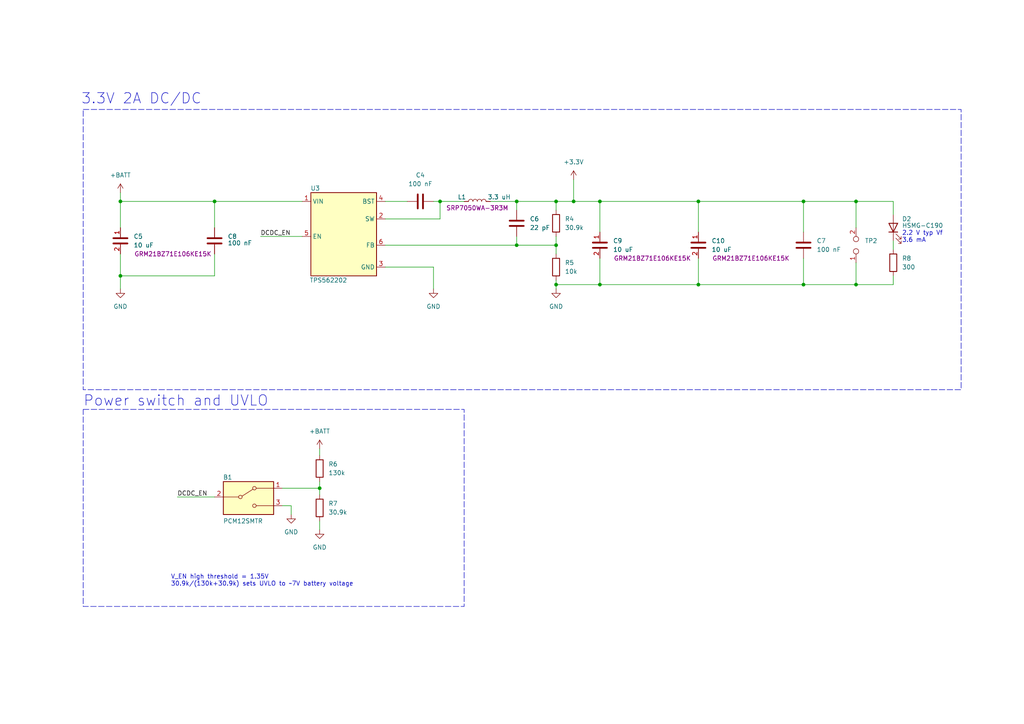
<source format=kicad_sch>
(kicad_sch (version 20230121) (generator eeschema)
  (paper "A4")
  (lib_symbols
    (symbol "Buttons and switches:PCM12SMTR" (pin_names hide)
      (property "Reference" "B" (at -1.27 -1.905 0))
      (property "Value" "PCM12SMTR" (at 3.175 -13.97 0))
      (symbol "PCM12SMTR_0_0"
        (circle (center 3.048 -7.62) (radius 0.508))
        (circle (center 7.112 -10.16) (radius 0.508))
      )
      (symbol "PCM12SMTR_0_1"
        (rectangle (start -1.905 -3.175) (end 12.7 -12.7) (stroke (width 0.254)) (fill (type background)))
        (polyline (pts (xy -1.905 -7.62) (xy 2.54 -7.62)))
        (polyline (pts (xy 3.556 -7.366) (xy 6.731 -5.334)))
        (polyline (pts (xy 7.62 -5.08) (xy 12.7 -5.08)))
        (polyline (pts (xy 12.7 -10.16) (xy 7.62 -10.16)))
        (circle (center 7.112 -5.08) (radius 0.508))
      )
      (symbol "PCM12SMTR_1_1"
        (pin passive line (at 15.24 -5.08 180) (length 2.54) (name "A") (number "1"))
        (pin passive line (at -4.445 -7.62 0) (length 2.54) (name "B") (number "2"))
        (pin passive line (at 15.24 -10.16 180) (length 2.54) (name "C") (number "3"))
      )
    )
    (symbol "Capacitors:GRM21BZ71E106KE15K"
      (property "Reference" "C" (at 1.27 2.54 0))
      (property "Value" "10 uF" (at 3.81 -2.54 0))
      (property "Part Number" "GRM21BZ71E106KE15K" (at 12.7 -5.08 0))
      (symbol "GRM21BZ71E106KE15K_0_1"
        (polyline (pts (xy -2.032 -0.762) (xy 2.032 -0.762)) (stroke (width 0.508)))
        (polyline (pts (xy -2.032 0.762) (xy 2.032 0.762)) (stroke (width 0.508)))
      )
      (symbol "GRM21BZ71E106KE15K_1_1"
        (pin passive line (at 0 3.81 270) (length 2.794) (name "~") (number "1"))
        (pin passive line (at 0 -3.81 90) (length 2.794) (name "~") (number "2"))
      )
    )
    (symbol "Connector:TestPoint_2Pole" (pin_names (offset 0.762) hide)
      (property "Reference" "TP" (at 0 1.524 0))
      (property "Value" "TestPoint_2Pole" (at 0 -1.778 0))
      (symbol "TestPoint_2Pole_0_1"
        (circle (center -1.778 0) (radius 0.762))
        (circle (center 1.778 0) (radius 0.762))
        (pin passive line (at -5.08 0 0) (length 2.54) (name "1") (number "1"))
        (pin passive line (at 5.08 0 180) (length 2.54) (name "2") (number "2"))
      )
    )
    (symbol "Device:C" (pin_numbers hide) (pin_names (offset 0.254))
      (property "Reference" "C" (at 0.635 2.54 0))
      (property "Value" "C" (at 0.635 -2.54 0))
      (symbol "C_0_1"
        (polyline (pts (xy -2.032 -0.762) (xy 2.032 -0.762)) (stroke (width 0.508)))
        (polyline (pts (xy -2.032 0.762) (xy 2.032 0.762)) (stroke (width 0.508)))
      )
      (symbol "C_1_1"
        (pin passive line (at 0 3.81 270) (length 2.794) (name "~") (number "1"))
        (pin passive line (at 0 -3.81 90) (length 2.794) (name "~") (number "2"))
      )
    )
    (symbol "Device:R" (pin_numbers hide) (pin_names (offset 0))
      (property "Reference" "R" (at 2.032 0 90))
      (property "Value" "R" (at 0 0 90))
      (symbol "R_0_1"
        (rectangle (start -1.016 -2.54) (end 1.016 2.54) (stroke (width 0.254)))
      )
      (symbol "R_1_1"
        (pin passive line (at 0 3.81 270) (length 1.27) (name "~") (number "1"))
        (pin passive line (at 0 -3.81 90) (length 1.27) (name "~") (number "2"))
      )
    )
    (symbol "IC:TPS562202"
      (property "Reference" "U" (at 0 0 0))
      (property "Value" "TPS562202" (at 5.08 -26.67 0))
      (symbol "TPS562202_1_1"
        (rectangle (start 0 -1.27) (end 19.05 -25.4) (stroke (width 0.254)) (fill (type background)))
        (pin power_in line (at -2.54 -3.81 0) (length 2.54) (name "VIN") (number "1"))
        (pin output line (at 21.59 -8.89 180) (length 2.54) (name "SW") (number "2"))
        (pin power_out line (at 21.59 -22.86 180) (length 2.54) (name "GND") (number "3"))
        (pin passive line (at 21.59 -3.81 180) (length 2.54) (name "BST") (number "4"))
        (pin input line (at -2.54 -13.97 0) (length 2.54) (name "EN") (number "5"))
        (pin input line (at 21.59 -16.51 180) (length 2.54) (name "FB") (number "6"))
      )
    )
    (symbol "Inductors:SRP7050WA-3R3M" (pin_numbers hide) (pin_names hide)
      (property "Reference" "L" (at -3.048 0 0))
      (property "Value" "3.3 uH" (at 5.08 0 0))
      (property "Part number" "SRP7050WA-3R3M" (at 10.668 -5.08 0))
      (symbol "SRP7050WA-3R3M_0_1"
        (arc (start 0 -2.54) (mid 0.6323 -1.905) (end 0 -1.27))
        (arc (start 0 -1.27) (mid 0.6323 -0.635) (end 0 0))
        (arc (start 0 0) (mid 0.6323 0.635) (end 0 1.27))
        (arc (start 0 1.27) (mid 0.6323 1.905) (end 0 2.54))
      )
      (symbol "SRP7050WA-3R3M_1_1"
        (pin passive line (at 0 3.81 270) (length 1.27) (name "1") (number "1"))
        (pin passive line (at 0 -3.81 90) (length 1.27) (name "2") (number "2"))
      )
    )
    (symbol "LEDs:HSMG-C190" (pin_numbers hide) (pin_names hide)
      (property "Reference" "D" (at -1.27 2.54 0))
      (property "Value" "HSMG-C190" (at 3.81 -2.54 0))
      (symbol "HSMG-C190_0_1"
        (polyline (pts (xy -1.27 -1.27) (xy -1.27 1.27)) (stroke (width 0.254)))
        (polyline (pts (xy -1.27 0) (xy 1.27 0)))
        (polyline (pts (xy 1.27 -1.27) (xy 1.27 1.27) (xy -1.27 0) (xy 1.27 -1.27)) (stroke (width 0.254)))
        (polyline (pts (xy -3.048 -0.762) (xy -4.572 -2.286) (xy -3.81 -2.286) (xy -4.572 -2.286) (xy -4.572 -1.524)))
        (polyline (pts (xy -1.778 -0.762) (xy -3.302 -2.286) (xy -2.54 -2.286) (xy -3.302 -2.286) (xy -3.302 -1.524)))
      )
      (symbol "HSMG-C190_1_1"
        (pin passive line (at -3.81 0 0) (length 2.54) (name "~") (number "1"))
        (pin passive line (at 3.81 0 180) (length 2.54) (name "") (number "2"))
      )
    )
    (symbol "power:+3.3V" (power) (pin_names (offset 0))
      (property "Value" "+3.3V" (at 0 3.556 0))
      (symbol "+3.3V_0_1"
        (polyline (pts (xy -0.762 1.27) (xy 0 2.54)))
        (polyline (pts (xy 0 0) (xy 0 2.54)))
        (polyline (pts (xy 0 2.54) (xy 0.762 1.27)))
      )
      (symbol "+3.3V_1_1"
        (pin power_in line (at 0 0 90) (length 0) hide (name "+3.3V") (number "1"))
      )
    )
    (symbol "power:+BATT" (power) (pin_names (offset 0))
      (property "Value" "+BATT" (at 0 3.556 0))
      (symbol "+BATT_0_1"
        (polyline (pts (xy -0.762 1.27) (xy 0 2.54)))
        (polyline (pts (xy 0 0) (xy 0 2.54)))
        (polyline (pts (xy 0 2.54) (xy 0.762 1.27)))
      )
      (symbol "+BATT_1_1"
        (pin power_in line (at 0 0 90) (length 0) hide (name "+BATT") (number "1"))
      )
    )
    (symbol "power:GND" (power) (pin_names (offset 0))
      (property "Value" "GND" (at 0 -3.81 0))
      (symbol "GND_0_1"
        (polyline (pts (xy 0 0) (xy 0 -1.27) (xy 1.27 -1.27) (xy 0 -2.54) (xy -1.27 -1.27) (xy 0 -1.27)))
      )
      (symbol "GND_1_1"
        (pin power_in line (at 0 0 270) (length 0) hide (name "GND") (number "1"))
      )
    )
  )
  (junction (at 161.29 82.55))
  (junction (at 92.71 141.605))
  (junction (at 62.23 58.42))
  (junction (at 173.99 58.42))
  (junction (at 166.37 58.42))
  (junction (at 34.925 80.01))
  (junction (at 127.635 58.42))
  (junction (at 233.045 82.55))
  (junction (at 34.925 58.42))
  (junction (at 202.565 58.42))
  (junction (at 149.86 58.42))
  (junction (at 173.99 82.55))
  (junction (at 149.86 71.12))
  (junction (at 248.285 82.55))
  (junction (at 161.29 71.12))
  (junction (at 248.285 58.42))
  (junction (at 202.565 82.55))
  (junction (at 161.29 58.42))
  (junction (at 233.045 58.42))
  (wire (pts (xy 142.24 58.42) (xy 149.86 58.42)))
  (wire (pts (xy 233.045 82.55) (xy 248.285 82.55)))
  (wire (pts (xy 125.73 77.47) (xy 125.73 83.82)))
  (wire (pts (xy 233.045 74.93) (xy 233.045 82.55)))
  (wire (pts (xy 202.565 74.93) (xy 202.565 82.55)))
  (wire (pts (xy 34.925 73.66) (xy 34.925 80.01)))
  (wire (pts (xy 81.915 146.685) (xy 84.455 146.685)))
  (wire (pts (xy 111.76 71.12) (xy 149.86 71.12)))
  (wire (pts (xy 111.76 58.42) (xy 118.11 58.42)))
  (wire (pts (xy 161.29 58.42) (xy 161.29 60.96)))
  (wire (pts (xy 173.99 58.42) (xy 202.565 58.42)))
  (wire (pts (xy 75.565 68.58) (xy 87.63 68.58)))
  (wire (pts (xy 173.99 58.42) (xy 166.37 58.42)))
  (wire (pts (xy 161.29 82.55) (xy 161.29 83.82)))
  (wire (pts (xy 127.635 58.42) (xy 134.62 58.42)))
  (wire (pts (xy 92.71 130.175) (xy 92.71 132.08)))
  (wire (pts (xy 34.925 55.88) (xy 34.925 58.42)))
  (wire (pts (xy 202.565 82.55) (xy 233.045 82.55)))
  (wire (pts (xy 92.71 139.7) (xy 92.71 141.605)))
  (wire (pts (xy 92.71 141.605) (xy 81.915 141.605)))
  (wire (pts (xy 149.86 58.42) (xy 149.86 60.96)))
  (wire (pts (xy 173.99 82.55) (xy 202.565 82.55)))
  (wire (pts (xy 259.08 58.42) (xy 248.285 58.42)))
  (wire (pts (xy 161.29 71.12) (xy 161.29 68.58)))
  (wire (pts (xy 233.045 58.42) (xy 248.285 58.42)))
  (wire (pts (xy 173.99 58.42) (xy 173.99 67.31)))
  (wire (pts (xy 248.285 76.2) (xy 248.285 82.55)))
  (wire (pts (xy 127.635 58.42) (xy 127.635 63.5)))
  (wire (pts (xy 173.99 74.93) (xy 173.99 82.55)))
  (wire (pts (xy 173.99 82.55) (xy 161.29 82.55)))
  (wire (pts (xy 111.76 77.47) (xy 125.73 77.47)))
  (wire (pts (xy 149.86 58.42) (xy 161.29 58.42)))
  (wire (pts (xy 166.37 58.42) (xy 161.29 58.42)))
  (wire (pts (xy 92.71 141.605) (xy 92.71 143.51)))
  (wire (pts (xy 259.08 80.01) (xy 259.08 82.55)))
  (wire (pts (xy 161.29 71.12) (xy 161.29 73.66)))
  (wire (pts (xy 149.86 68.58) (xy 149.86 71.12)))
  (wire (pts (xy 233.045 67.31) (xy 233.045 58.42)))
  (wire (pts (xy 149.86 71.12) (xy 161.29 71.12)))
  (wire (pts (xy 259.08 69.85) (xy 259.08 72.39)))
  (wire (pts (xy 125.73 58.42) (xy 127.635 58.42)))
  (wire (pts (xy 62.23 58.42) (xy 87.63 58.42)))
  (wire (pts (xy 34.925 80.01) (xy 62.23 80.01)))
  (wire (pts (xy 34.925 80.01) (xy 34.925 83.82)))
  (wire (pts (xy 166.37 52.07) (xy 166.37 58.42)))
  (wire (pts (xy 259.08 82.55) (xy 248.285 82.55)))
  (wire (pts (xy 34.925 58.42) (xy 62.23 58.42)))
  (wire (pts (xy 51.435 144.145) (xy 62.23 144.145)))
  (wire (pts (xy 248.285 66.04) (xy 248.285 58.42)))
  (wire (pts (xy 62.23 73.66) (xy 62.23 80.01)))
  (wire (pts (xy 84.455 146.685) (xy 84.455 149.225)))
  (wire (pts (xy 202.565 58.42) (xy 233.045 58.42)))
  (wire (pts (xy 127.635 63.5) (xy 111.76 63.5)))
  (wire (pts (xy 202.565 58.42) (xy 202.565 67.31)))
  (wire (pts (xy 161.29 81.28) (xy 161.29 82.55)))
  (wire (pts (xy 92.71 151.13) (xy 92.71 153.67)))
  (wire (pts (xy 62.23 58.42) (xy 62.23 66.04)))
  (wire (pts (xy 259.08 62.23) (xy 259.08 58.42)))
  (wire (pts (xy 34.925 66.04) (xy 34.925 58.42)))
  (rectangle (start 24.13 118.745) (end 134.62 175.895) (stroke (width 0) (type dash)))
  (rectangle (start 24.13 31.75) (end 278.765 113.03) (stroke (width 0) (type dash)))
  (text "Power switch and UVLO" (at 24.13 118.11 0) (effects (font (size 3 3)) (justify left bottom)))
  (text "V_EN high threshold = 1.35V\n30.9k/(130k+30.9k) sets UVLO to ~7V battery voltage" (at 49.53 170.18 0) (effects (font (size 1.27 1.27)) (justify left bottom)))
  (text "3.3V 2A DC/DC" (at 23.495 30.48 0) (effects (font (size 3 3)) (justify left bottom)))
  (text "2.2 V typ Vf\n3.6 mA" (at 261.62 70.485 0) (effects (font (size 1.27 1.27)) (justify left bottom)))
  (label "DCDC_EN" (at 75.565 68.58 0))
  (label "DCDC_EN" (at 51.435 144.145 0))
  (symbol (lib_id "Device:R") (at 161.29 77.47 0) (unit 1)
    (property "Reference" "R5" (at 163.83 76.2 0) (effects (justify left)))
    (property "Value" "10k" (at 163.83 78.74 0) (effects (justify left)))
    (property "Footprint" "Resistor_SMD:R_0603_1608Metric_Pad0.98x0.95mm_HandSolder" (effects hide))
  )
  (symbol (lib_id "IC:TPS562202") (at 90.17 54.61 0) (unit 1)
    (property "Reference" "U3" (at 91.44 54.61 0))
    (property "Value" "TPS562202" (at 95.25 81.28 0))
    (property "Footprint" "Package_TO_SOT_SMD:SOT-563" (effects hide))
    (property "Datasheet" "https://www.ti.com/general/docs/suppproductinfo.tsp?distId=26&gotoUrl=https://www.ti.com/lit/gpn/tps562202" (effects hide))
  )
  (symbol (lib_id "power:+BATT") (at 92.71 130.175 0) (unit 1)
    (property "Reference" "#PWR0101" (effects hide))
    (property "Value" "+BATT" (at 92.71 125.095 0))
  )
  (symbol (lib_id "Buttons and switches:PCM12SMTR") (at 66.675 136.525 0) (unit 1)
    (property "Reference" "B1" (at 66.04 138.43 0))
    (property "Value" "PCM12SMTR" (at 70.485 151.13 0))
    (property "Footprint" "lib:PCM12SMTR_CNK" (effects hide))
    (property "Part number" "PCM12SMTR" (effects hide))
  )
  (symbol (lib_id "Inductors:SRP7050WA-3R3M") (at 138.43 58.42 90) (unit 1)
    (property "Reference" "L1" (at 133.985 57.15 90))
    (property "Value" "3.3 uH" (at 144.78 57.15 90))
    (property "Footprint" "lib:IND_SRP7050_BRN" (effects hide))
    (property "Part number" "SRP7050WA-3R3M" (at 138.43 60.325 90))
  )
  (symbol (lib_id "power:+3.3V") (at 166.37 52.07 0) (unit 1)
    (property "Reference" "#PWR014" (effects hide))
    (property "Value" "+3.3V" (at 166.37 46.99 0))
  )
  (symbol (lib_id "Device:C") (at 233.045 71.12 0) (unit 1)
    (property "Reference" "C7" (at 236.855 69.85 0) (effects (justify left)))
    (property "Value" "100 nF" (at 236.855 72.39 0) (effects (justify left)))
    (property "Footprint" "Capacitor_SMD:C_0603_1608Metric_Pad1.08x0.95mm_HandSolder" (effects hide))
  )
  (symbol (lib_id "Device:R") (at 259.08 76.2 0) (unit 1)
    (property "Reference" "R8" (at 261.62 74.93 0) (effects (justify left)))
    (property "Value" "300" (at 261.62 77.47 0) (effects (justify left)))
    (property "Footprint" "Resistor_SMD:R_0603_1608Metric_Pad0.98x0.95mm_HandSolder" (effects hide))
  )
  (symbol (lib_id "power:GND") (at 125.73 83.82 0) (unit 1)
    (property "Reference" "#PWR017" (effects hide))
    (property "Value" "GND" (at 125.73 88.9 0))
  )
  (symbol (lib_id "Device:C") (at 62.23 69.85 0) (unit 1)
    (property "Reference" "C8" (at 66.04 68.58 0) (effects (justify left)))
    (property "Value" "100 nF" (at 66.04 70.485 0) (effects (justify left)))
    (property "Footprint" "Capacitor_SMD:C_0603_1608Metric_Pad1.08x0.95mm_HandSolder" (effects hide))
  )
  (symbol (lib_id "Connector:TestPoint_2Pole") (at 248.285 71.12 90) (unit 1)
    (property "Reference" "TP2" (at 250.825 69.85 90) (effects (justify right)))
    (property "Value" "TestPoint_2Pole" (effects hide))
    (property "Footprint" "TestPoint:TestPoint_2Pads_Pitch2.54mm_Drill0.8mm" (effects hide))
  )
  (symbol (lib_id "power:GND") (at 92.71 153.67 0) (unit 1)
    (property "Reference" "#PWR019" (effects hide))
    (property "Value" "GND" (at 92.71 158.75 0))
  )
  (symbol (lib_id "Device:C") (at 149.86 64.77 0) (unit 1)
    (property "Reference" "C6" (at 153.67 63.5 0) (effects (justify left)))
    (property "Value" "22 pF" (at 153.67 66.04 0) (effects (justify left)))
    (property "Footprint" "Capacitor_SMD:C_0603_1608Metric_Pad1.08x0.95mm_HandSolder" (effects hide))
  )
  (symbol (lib_id "power:GND") (at 161.29 83.82 0) (unit 1)
    (property "Reference" "#PWR018" (effects hide))
    (property "Value" "GND" (at 161.29 88.9 0))
  )
  (symbol (lib_id "Capacitors:GRM21BZ71E106KE15K") (at 202.565 71.12 0) (unit 1)
    (property "Reference" "C10" (at 206.375 69.85 0) (effects (justify left)))
    (property "Value" "10 uF" (at 206.375 72.39 0) (effects (justify left)))
    (property "Footprint" "Capacitor_SMD:C_0805_2012Metric_Pad1.18x1.45mm_HandSolder" (effects hide))
    (property "Datasheet" "https://no.mouser.com/datasheet/2/281/1/GRM21BZ71E106KE15_01A-1987083.pdf" (effects hide))
    (property "Part Number" "GRM21BZ71E106KE15K" (at 217.805 74.93 0))
  )
  (symbol (lib_id "LEDs:HSMG-C190") (at 259.08 66.04 90) (unit 1)
    (property "Reference" "D2" (at 261.62 63.5 90) (effects (justify right)))
    (property "Value" "HSMG-C190" (at 261.62 65.405 90) (effects (justify right)))
    (property "Footprint" "LED_SMD:LED_0603_1608Metric_Pad1.05x0.95mm_HandSolder" (effects hide))
    (property "Datasheet" "https://no.mouser.com/datasheet/2/678/AV02_0551EN_DS_HSMx_Cxxx_25Mar2022-1827675.pdf" (effects hide))
  )
  (symbol (lib_id "power:GND") (at 84.455 149.225 0) (unit 1)
    (property "Reference" "#PWR0102" (effects hide))
    (property "Value" "GND" (at 84.455 154.305 0))
  )
  (symbol (lib_id "Device:R") (at 92.71 147.32 0) (unit 1)
    (property "Reference" "R7" (at 95.25 146.05 0) (effects (justify left)))
    (property "Value" "30.9k" (at 95.25 148.59 0) (effects (justify left)))
    (property "Footprint" "Resistor_SMD:R_0603_1608Metric_Pad0.98x0.95mm_HandSolder" (effects hide))
  )
  (symbol (lib_id "Device:C") (at 121.92 58.42 90) (unit 1)
    (property "Reference" "C4" (at 121.92 50.8 90))
    (property "Value" "100 nF" (at 121.92 53.34 90))
    (property "Footprint" "Capacitor_SMD:C_0603_1608Metric_Pad1.08x0.95mm_HandSolder" (effects hide))
  )
  (symbol (lib_id "Capacitors:GRM21BZ71E106KE15K") (at 173.99 71.12 0) (unit 1)
    (property "Reference" "C9" (at 177.8 69.85 0) (effects (justify left)))
    (property "Value" "10 uF" (at 177.8 72.39 0) (effects (justify left)))
    (property "Footprint" "Capacitor_SMD:C_0805_2012Metric_Pad1.18x1.45mm_HandSolder" (effects hide))
    (property "Datasheet" "https://no.mouser.com/datasheet/2/281/1/GRM21BZ71E106KE15_01A-1987083.pdf" (effects hide))
    (property "Part Number" "GRM21BZ71E106KE15K" (at 189.23 74.93 0))
  )
  (symbol (lib_id "Device:R") (at 161.29 64.77 0) (unit 1)
    (property "Reference" "R4" (at 163.83 63.5 0) (effects (justify left)))
    (property "Value" "30.9k" (at 163.83 66.04 0) (effects (justify left)))
    (property "Footprint" "Resistor_SMD:R_0603_1608Metric_Pad0.98x0.95mm_HandSolder" (effects hide))
  )
  (symbol (lib_id "power:+BATT") (at 34.925 55.88 0) (unit 1)
    (property "Reference" "#PWR015" (effects hide))
    (property "Value" "+BATT" (at 34.925 50.8 0))
  )
  (symbol (lib_id "Capacitors:GRM21BZ71E106KE15K") (at 34.925 69.85 0) (unit 1)
    (property "Reference" "C5" (at 38.735 68.58 0) (effects (justify left)))
    (property "Value" "10 uF" (at 38.735 71.12 0) (effects (justify left)))
    (property "Footprint" "Capacitor_SMD:C_0805_2012Metric_Pad1.18x1.45mm_HandSolder" (effects hide))
    (property "Datasheet" "https://no.mouser.com/datasheet/2/281/1/GRM21BZ71E106KE15_01A-1987083.pdf" (effects hide))
    (property "Part Number" "GRM21BZ71E106KE15K" (at 50.165 73.66 0))
  )
  (symbol (lib_id "Device:R") (at 92.71 135.89 180) (unit 1)
    (property "Reference" "R6" (at 95.25 134.62 0) (effects (justify right)))
    (property "Value" "130k" (at 95.25 137.16 0) (effects (justify right)))
    (property "Footprint" "Resistor_SMD:R_0603_1608Metric_Pad0.98x0.95mm_HandSolder" (effects hide))
  )
  (symbol (lib_id "power:GND") (at 34.925 83.82 0) (unit 1)
    (property "Reference" "#PWR0100" (effects hide))
    (property "Value" "GND" (at 34.925 88.9 0))
  )
)
</source>
